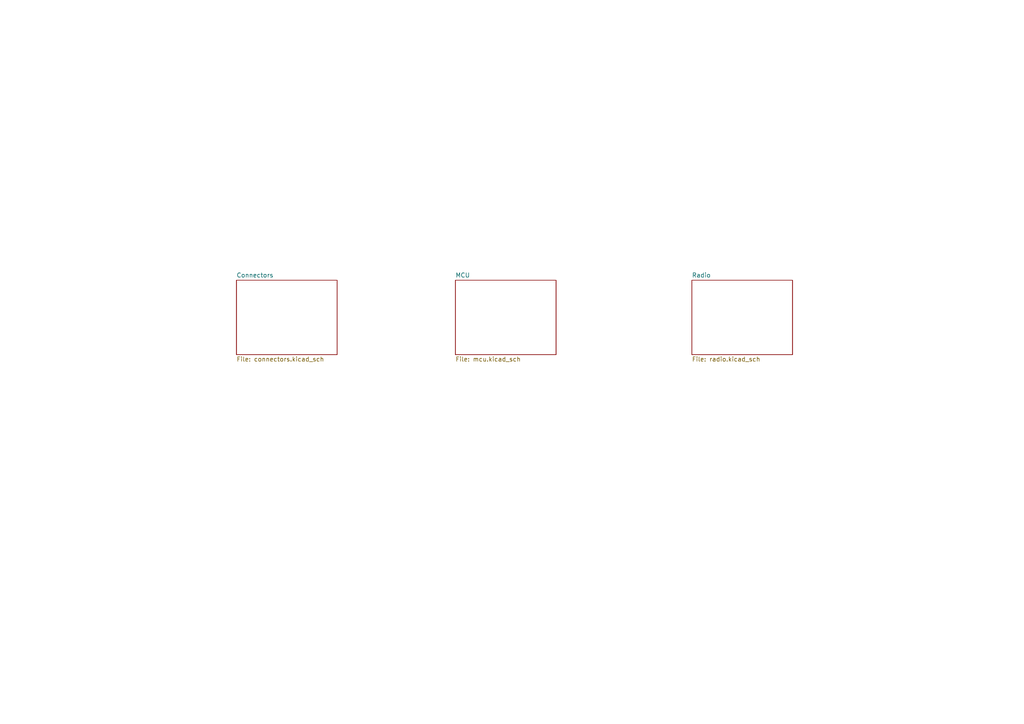
<source format=kicad_sch>
(kicad_sch (version 20211123) (generator eeschema)
  (paper "A4")
  (title_block (title "Radio Card RC-1") (date "2021-12-29") (rev "d4f4755") (company "OpenRTX + M17"))
  (lib_symbols)
  (sheet (at 132.08 81.28) (size 29.21 21.59) (stroke (width 0.1524))
    (property "Sheet name" "MCU" (at 132.08 80.5684 0) (effects (justify left bottom)))
    (property "Sheet file" "mcu.kicad_sch" (at 132.08 103.4546 0) (effects (justify left top)))
  )
  (sheet (at 68.58 81.28) (size 29.21 21.59) (stroke (width 0.1524))
    (property "Sheet name" "Connectors" (at 68.58 80.5684 0) (effects (justify left bottom)))
    (property "Sheet file" "connectors.kicad_sch" (at 68.58 103.4546 0) (effects (justify left top)))
  )
  (sheet (at 200.66 81.28) (size 29.21 21.59) (stroke (width 0.1524))
    (property "Sheet name" "Radio" (at 200.66 80.5684 0) (effects (justify left bottom)))
    (property "Sheet file" "radio.kicad_sch" (at 200.66 103.4546 0) (effects (justify left top)))
  )
)
</source>
